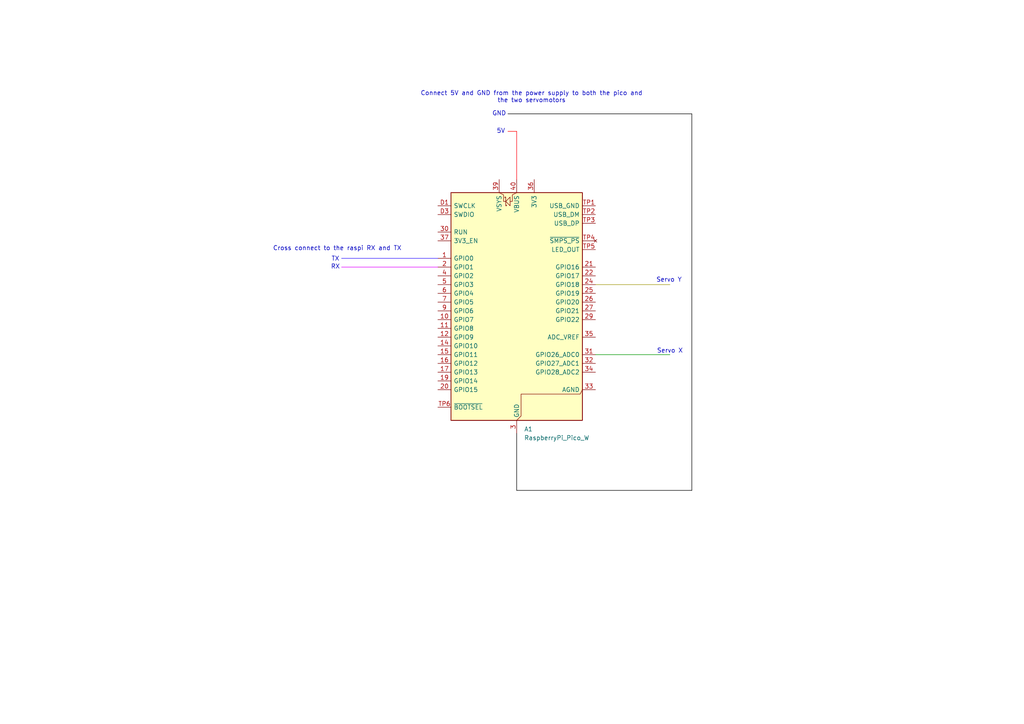
<source format=kicad_sch>
(kicad_sch (version 20250114) (generator "eeschema") (generator_version "9.0")
  (paper "A4")
  (lib_symbols
    (symbol "MCU_Module:RaspberryPi_Pico_W_Extensive" (pin_names (offset 0.762))
      (property "Reference" "A" (at -19.05 35.56 0))
      (property "Value" "RaspberryPi_Pico_W" (at 7.62 35.56 0))
      (symbol "RaspberryPi_Pico_W_Extensive_0_1"
        (rectangle (start -19.05 34.29) (end 19.05 -31.75) (stroke (width 0.254)) (fill (type background)))
        (polyline (pts (xy -5.08 34.29) (xy -3.81 33.655) (xy -3.81 31.75) (xy -3.175 31.75)))
        (polyline (pts (xy -3.429 32.766) (xy -3.429 33.02) (xy -3.175 33.02) (xy -3.175 30.48) (xy -2.921 30.48) (xy -2.921 30.734)))
        (polyline (pts (xy -3.175 31.75) (xy -1.905 33.02) (xy -1.905 30.48) (xy -3.175 31.75)))
        (polyline (pts (xy 0 34.29) (xy -1.27 33.655) (xy -1.27 31.75) (xy -1.905 31.75)))
        (polyline (pts (xy 0 -31.75) (xy 1.27 -30.48) (xy 1.27 -24.13) (xy 18.415 -24.13) (xy 19.05 -22.86)))
      )
      (symbol "RaspberryPi_Pico_W_Extensive_1_1"
        (pin input line (at -22.86 30.48 0) (length 3.81) (name "SWCLK") (number "D1"))
        (pin bidirectional line (at -22.86 27.94 0) (length 3.81) (name "SWDIO") (number "D3"))
        (pin passive line (at -22.86 22.86 0) (length 3.81) (name "RUN") (number "30"))
        (pin passive line (at -22.86 20.32 0) (length 3.81) (name "3V3_EN") (number "37"))
        (pin bidirectional line (at -22.86 15.24 0) (length 3.81) (name "GPIO0") (number "1"))
        (pin bidirectional line (at -22.86 12.7 0) (length 3.81) (name "GPIO1") (number "2"))
        (pin bidirectional line (at -22.86 10.16 0) (length 3.81) (name "GPIO2") (number "4"))
        (pin bidirectional line (at -22.86 7.62 0) (length 3.81) (name "GPIO3") (number "5"))
        (pin bidirectional line (at -22.86 5.08 0) (length 3.81) (name "GPIO4") (number "6"))
        (pin bidirectional line (at -22.86 2.54 0) (length 3.81) (name "GPIO5") (number "7"))
        (pin bidirectional line (at -22.86 0 0) (length 3.81) (name "GPIO6") (number "9"))
        (pin bidirectional line (at -22.86 -2.54 0) (length 3.81) (name "GPIO7") (number "10"))
        (pin bidirectional line (at -22.86 -5.08 0) (length 3.81) (name "GPIO8") (number "11"))
        (pin bidirectional line (at -22.86 -7.62 0) (length 3.81) (name "GPIO9") (number "12"))
        (pin bidirectional line (at -22.86 -10.16 0) (length 3.81) (name "GPIO10") (number "14"))
        (pin bidirectional line (at -22.86 -12.7 0) (length 3.81) (name "GPIO11") (number "15"))
        (pin bidirectional line (at -22.86 -15.24 0) (length 3.81) (name "GPIO12") (number "16"))
        (pin bidirectional line (at -22.86 -17.78 0) (length 3.81) (name "GPIO13") (number "17"))
        (pin bidirectional line (at -22.86 -20.32 0) (length 3.81) (name "GPIO14") (number "19"))
        (pin bidirectional line (at -22.86 -22.86 0) (length 3.81) (name "GPIO15") (number "20"))
        (pin input line (at -22.86 -27.94 0) (length 3.81) (name "~{BOOTSEL}") (number "TP6"))
        (pin power_in line (at -5.08 38.1 270) (length 3.81) (name "VSYS") (number "39"))
        (pin power_out line (at 0 38.1 270) (length 3.81) (name "VBUS") (number "40"))
        (pin passive line (at 0 -35.56 90) (length 3.81) (hide yes) (name "GND") (number "13"))
        (pin passive line (at 0 -35.56 90) (length 3.81) (hide yes) (name "GND") (number "18"))
        (pin passive line (at 0 -35.56 90) (length 3.81) (hide yes) (name "GND") (number "23"))
        (pin passive line (at 0 -35.56 90) (length 3.81) (hide yes) (name "GND") (number "28"))
        (pin power_out line (at 0 -35.56 90) (length 3.81) (name "GND") (number "3"))
        (pin passive line (at 0 -35.56 90) (length 3.81) (hide yes) (name "GND") (number "38"))
        (pin passive line (at 0 -35.56 90) (length 3.81) (hide yes) (name "GND") (number "8"))
        (pin passive line (at 0 -35.56 90) (length 3.81) (hide yes) (name "GND") (number "D2"))
        (pin power_out line (at 5.08 38.1 270) (length 3.81) (name "3V3") (number "36"))
        (pin power_out line (at 22.86 30.48 180) (length 3.81) (name "USB_GND") (number "TP1"))
        (pin bidirectional line (at 22.86 27.94 180) (length 3.81) (name "USB_DM") (number "TP2"))
        (pin bidirectional line (at 22.86 25.4 180) (length 3.81) (name "USB_DP") (number "TP3"))
        (pin no_connect line (at 22.86 20.32 180) (length 3.81) (name "~{SMPS_PS}") (number "TP4"))
        (pin output line (at 22.86 17.78 180) (length 3.81) (name "LED_OUT") (number "TP5"))
        (pin bidirectional line (at 22.86 12.7 180) (length 3.81) (name "GPIO16") (number "21"))
        (pin bidirectional line (at 22.86 10.16 180) (length 3.81) (name "GPIO17") (number "22"))
        (pin bidirectional line (at 22.86 7.62 180) (length 3.81) (name "GPIO18") (number "24"))
        (pin bidirectional line (at 22.86 5.08 180) (length 3.81) (name "GPIO19") (number "25"))
        (pin bidirectional line (at 22.86 2.54 180) (length 3.81) (name "GPIO20") (number "26"))
        (pin bidirectional line (at 22.86 0 180) (length 3.81) (name "GPIO21") (number "27"))
        (pin bidirectional line (at 22.86 -2.54 180) (length 3.81) (name "GPIO22") (number "29"))
        (pin power_in line (at 22.86 -7.62 180) (length 3.81) (name "ADC_VREF") (number "35"))
        (pin bidirectional line (at 22.86 -12.7 180) (length 3.81) (name "GPIO26_ADC0") (number "31"))
        (pin bidirectional line (at 22.86 -15.24 180) (length 3.81) (name "GPIO27_ADC1") (number "32"))
        (pin bidirectional line (at 22.86 -17.78 180) (length 3.81) (name "GPIO28_ADC2") (number "34"))
        (pin power_out line (at 22.86 -22.86 180) (length 3.81) (name "AGND") (number "33"))
      )
    )
  )
  (text "Connect 5V and GND from the power supply to both the pico and\nthe two servomotors\n" (at 154.178 28.194 0) (effects (font (size 1.27 1.27))))
  (text "TX" (at 97.282 75.184 0) (effects (font (size 1.27 1.27))))
  (text "5V\n" (at 145.288 38.1 0) (effects (font (size 1.27 1.27))))
  (text "Cross connect to the raspi RX and TX " (at 98.298 72.136 0) (effects (font (size 1.27 1.27))))
  (text "RX\n" (at 97.282 77.47 0) (effects (font (size 1.27 1.27))))
  (text "Servo X" (at 194.31 101.854 0) (effects (font (size 1.27 1.27))))
  (text "Servo Y\n" (at 194.056 81.28 0) (effects (font (size 1.27 1.27))))
  (text "GND\n" (at 144.78 33.02 0) (effects (font (size 1.27 1.27))))
  (wire (pts (xy 147.32 38.1) (xy 149.86 38.1)) (stroke (width 0) (color 255 0 0 1)))
  (wire (pts (xy 172.72 82.55) (xy 194.31 82.55)) (stroke (width 0) (color 154 146 0 1)))
  (wire (pts (xy 147.32 33.02) (xy 200.66 33.02)) (stroke (width 0) (color 0 0 0 1)))
  (wire (pts (xy 172.72 102.87) (xy 194.31 102.87)))
  (wire (pts (xy 99.06 77.47) (xy 127 77.47)) (stroke (width 0) (color 224 0 255 1)))
  (wire (pts (xy 149.86 52.07) (xy 149.86 38.1)) (stroke (width 0) (color 255 5 18 1)))
  (wire (pts (xy 149.86 125.73) (xy 149.86 142.24)) (stroke (width 0) (color 0 0 0 1)))
  (wire (pts (xy 200.66 142.24) (xy 200.66 33.02)) (stroke (width 0) (color 0 0 0 1)))
  (wire (pts (xy 149.86 142.24) (xy 200.66 142.24)) (stroke (width 0) (color 0 0 0 1)))
  (wire (pts (xy 99.06 74.93) (xy 127 74.93)) (stroke (width 0) (color 50 27 255 1)))
  (symbol (lib_id "MCU_Module:RaspberryPi_Pico_W_Extensive") (at 149.86 90.17 0) (unit 1)
    (property "Reference" "A1" (at 152.0033 124.46 0) (effects (justify left)))
    (property "Value" "RaspberryPi_Pico_W" (at 152.0033 127 0) (effects (justify left)))
    (property "Footprint" "Module:RaspberryPi_Pico_W_SMD" (effects (hide yes)))
    (property "Datasheet" "https://datasheets.raspberrypi.com/picow/pico-w-datasheet.pdf" (effects (hide yes)))
    (property "Description" "Versatile and inexpensive wireless microcontroller module (with full pinout for test point and debug connections) powered by RP2040 dual-core Arm Cortex-M0+ processor up to 133 MHz, 264kB SRAM, 2MB QSPI flash, Infineon CYW43439 2.4GHz 802.11n wireless LAN; also supports Raspberry Pi Pico 2 W" (effects (hide yes)))
  )
)
</source>
